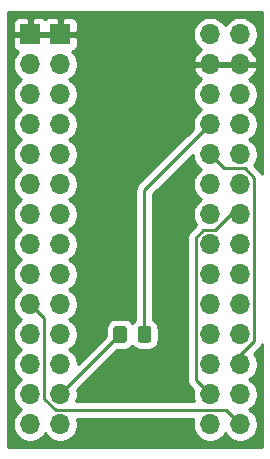
<source format=gbr>
G04 #@! TF.GenerationSoftware,KiCad,Pcbnew,(5.1.5-0-10_14)*
G04 #@! TF.CreationDate,2020-10-22T20:11:36+02:00*
G04 #@! TF.ProjectId,es_t4,65735f74-342e-46b6-9963-61645f706362,rev?*
G04 #@! TF.SameCoordinates,Original*
G04 #@! TF.FileFunction,Copper,L1,Top*
G04 #@! TF.FilePolarity,Positive*
%FSLAX46Y46*%
G04 Gerber Fmt 4.6, Leading zero omitted, Abs format (unit mm)*
G04 Created by KiCad (PCBNEW (5.1.5-0-10_14)) date 2020-10-22 20:11:36*
%MOMM*%
%LPD*%
G04 APERTURE LIST*
%ADD10C,0.100000*%
%ADD11O,1.700000X1.700000*%
%ADD12R,1.700000X1.700000*%
%ADD13C,0.800000*%
%ADD14C,0.250000*%
%ADD15C,0.254000*%
G04 APERTURE END LIST*
G04 #@! TA.AperFunction,SMDPad,CuDef*
D10*
G36*
X140049505Y-95821204D02*
G01*
X140073773Y-95824804D01*
X140097572Y-95830765D01*
X140120671Y-95839030D01*
X140142850Y-95849520D01*
X140163893Y-95862132D01*
X140183599Y-95876747D01*
X140201777Y-95893223D01*
X140218253Y-95911401D01*
X140232868Y-95931107D01*
X140245480Y-95952150D01*
X140255970Y-95974329D01*
X140264235Y-95997428D01*
X140270196Y-96021227D01*
X140273796Y-96045495D01*
X140275000Y-96069999D01*
X140275000Y-96970001D01*
X140273796Y-96994505D01*
X140270196Y-97018773D01*
X140264235Y-97042572D01*
X140255970Y-97065671D01*
X140245480Y-97087850D01*
X140232868Y-97108893D01*
X140218253Y-97128599D01*
X140201777Y-97146777D01*
X140183599Y-97163253D01*
X140163893Y-97177868D01*
X140142850Y-97190480D01*
X140120671Y-97200970D01*
X140097572Y-97209235D01*
X140073773Y-97215196D01*
X140049505Y-97218796D01*
X140025001Y-97220000D01*
X139374999Y-97220000D01*
X139350495Y-97218796D01*
X139326227Y-97215196D01*
X139302428Y-97209235D01*
X139279329Y-97200970D01*
X139257150Y-97190480D01*
X139236107Y-97177868D01*
X139216401Y-97163253D01*
X139198223Y-97146777D01*
X139181747Y-97128599D01*
X139167132Y-97108893D01*
X139154520Y-97087850D01*
X139144030Y-97065671D01*
X139135765Y-97042572D01*
X139129804Y-97018773D01*
X139126204Y-96994505D01*
X139125000Y-96970001D01*
X139125000Y-96069999D01*
X139126204Y-96045495D01*
X139129804Y-96021227D01*
X139135765Y-95997428D01*
X139144030Y-95974329D01*
X139154520Y-95952150D01*
X139167132Y-95931107D01*
X139181747Y-95911401D01*
X139198223Y-95893223D01*
X139216401Y-95876747D01*
X139236107Y-95862132D01*
X139257150Y-95849520D01*
X139279329Y-95839030D01*
X139302428Y-95830765D01*
X139326227Y-95824804D01*
X139350495Y-95821204D01*
X139374999Y-95820000D01*
X140025001Y-95820000D01*
X140049505Y-95821204D01*
G37*
G04 #@! TD.AperFunction*
G04 #@! TA.AperFunction,SMDPad,CuDef*
G36*
X142099910Y-95821202D02*
G01*
X142124135Y-95824795D01*
X142147891Y-95830746D01*
X142170949Y-95838996D01*
X142193087Y-95849467D01*
X142214093Y-95862057D01*
X142233763Y-95876645D01*
X142251908Y-95893092D01*
X142268355Y-95911237D01*
X142282943Y-95930907D01*
X142295533Y-95951913D01*
X142306004Y-95974051D01*
X142314254Y-95997109D01*
X142320205Y-96020865D01*
X142323798Y-96045090D01*
X142325000Y-96069550D01*
X142325000Y-96970450D01*
X142323798Y-96994910D01*
X142320205Y-97019135D01*
X142314254Y-97042891D01*
X142306004Y-97065949D01*
X142295533Y-97088087D01*
X142282943Y-97109093D01*
X142268355Y-97128763D01*
X142251908Y-97146908D01*
X142233763Y-97163355D01*
X142214093Y-97177943D01*
X142193087Y-97190533D01*
X142170949Y-97201004D01*
X142147891Y-97209254D01*
X142124135Y-97215205D01*
X142099910Y-97218798D01*
X142075450Y-97220000D01*
X141424550Y-97220000D01*
X141400090Y-97218798D01*
X141375865Y-97215205D01*
X141352109Y-97209254D01*
X141329051Y-97201004D01*
X141306913Y-97190533D01*
X141285907Y-97177943D01*
X141266237Y-97163355D01*
X141248092Y-97146908D01*
X141231645Y-97128763D01*
X141217057Y-97109093D01*
X141204467Y-97088087D01*
X141193996Y-97065949D01*
X141185746Y-97042891D01*
X141179795Y-97019135D01*
X141176202Y-96994910D01*
X141175000Y-96970450D01*
X141175000Y-96069550D01*
X141176202Y-96045090D01*
X141179795Y-96020865D01*
X141185746Y-95997109D01*
X141193996Y-95974051D01*
X141204467Y-95951913D01*
X141217057Y-95930907D01*
X141231645Y-95911237D01*
X141248092Y-95893092D01*
X141266237Y-95876645D01*
X141285907Y-95862057D01*
X141306913Y-95849467D01*
X141329051Y-95838996D01*
X141352109Y-95830746D01*
X141375865Y-95824795D01*
X141400090Y-95821202D01*
X141424550Y-95820000D01*
X142075450Y-95820000D01*
X142099910Y-95821202D01*
G37*
G04 #@! TD.AperFunction*
D11*
X149860000Y-104140000D03*
X149860000Y-101600000D03*
X149860000Y-99060000D03*
X149860000Y-96520000D03*
X149860000Y-93980000D03*
X149860000Y-91440000D03*
X149860000Y-88900000D03*
X149860000Y-86360000D03*
X149860000Y-83820000D03*
X149860000Y-81280000D03*
X149860000Y-78740000D03*
X149860000Y-76200000D03*
X149860000Y-73660000D03*
X149860000Y-71120000D03*
X147320000Y-104140000D03*
X147320000Y-101600000D03*
X147320000Y-99060000D03*
X147320000Y-96520000D03*
X147320000Y-93980000D03*
X147320000Y-91440000D03*
X147320000Y-88900000D03*
X147320000Y-86360000D03*
X147320000Y-83820000D03*
X147320000Y-81280000D03*
X147320000Y-78740000D03*
X147320000Y-76200000D03*
X147320000Y-73660000D03*
X147320000Y-71120000D03*
D12*
X132080000Y-71120000D03*
D11*
X132080000Y-73660000D03*
X132080000Y-76200000D03*
X132080000Y-78740000D03*
X132080000Y-81280000D03*
X132080000Y-83820000D03*
X132080000Y-86360000D03*
X132080000Y-88900000D03*
X132080000Y-91440000D03*
X132080000Y-93980000D03*
X132080000Y-96520000D03*
X132080000Y-99060000D03*
X132080000Y-101600000D03*
X132080000Y-104140000D03*
D12*
X134620000Y-71120000D03*
D11*
X134620000Y-73660000D03*
X134620000Y-76200000D03*
X134620000Y-78740000D03*
X134620000Y-81280000D03*
X134620000Y-83820000D03*
X134620000Y-86360000D03*
X134620000Y-88900000D03*
X134620000Y-91440000D03*
X134620000Y-93980000D03*
X134620000Y-96520000D03*
X134620000Y-99060000D03*
X134620000Y-101600000D03*
X134620000Y-104140000D03*
D13*
X140970000Y-71120000D03*
X140970000Y-104140000D03*
X140970000Y-99060000D03*
D14*
X134620000Y-101600000D02*
X139700000Y-96520000D01*
X148684999Y-102964999D02*
X134245997Y-102964999D01*
X134245997Y-102964999D02*
X133255001Y-101974003D01*
X133255001Y-95155001D02*
X132080000Y-93980000D01*
X133255001Y-101974003D02*
X133255001Y-95155001D01*
X149860000Y-104140000D02*
X148684999Y-102964999D01*
X148495001Y-82455001D02*
X147320000Y-81280000D01*
X150234003Y-82455001D02*
X148495001Y-82455001D01*
X151035001Y-83255999D02*
X150234003Y-82455001D01*
X151035001Y-97084001D02*
X151035001Y-83255999D01*
X149860000Y-98259002D02*
X151035001Y-97084001D01*
X149860000Y-99060000D02*
X149860000Y-98259002D01*
X146144999Y-100424999D02*
X147320000Y-101600000D01*
X146144999Y-88335999D02*
X146144999Y-100424999D01*
X146755999Y-87724999D02*
X146144999Y-88335999D01*
X147694003Y-87724999D02*
X146755999Y-87724999D01*
X149059002Y-86360000D02*
X147694003Y-87724999D01*
X149860000Y-86360000D02*
X149059002Y-86360000D01*
X141750000Y-84310000D02*
X141750000Y-96520000D01*
X147320000Y-78740000D02*
X141750000Y-84310000D01*
D15*
G36*
X151740000Y-82962729D02*
G01*
X151669975Y-82831723D01*
X151575002Y-82715998D01*
X151546003Y-82692200D01*
X151040296Y-82186492D01*
X151175990Y-81983411D01*
X151287932Y-81713158D01*
X151345000Y-81426260D01*
X151345000Y-81133740D01*
X151287932Y-80846842D01*
X151175990Y-80576589D01*
X151013475Y-80333368D01*
X150806632Y-80126525D01*
X150632240Y-80010000D01*
X150806632Y-79893475D01*
X151013475Y-79686632D01*
X151175990Y-79443411D01*
X151287932Y-79173158D01*
X151345000Y-78886260D01*
X151345000Y-78593740D01*
X151287932Y-78306842D01*
X151175990Y-78036589D01*
X151013475Y-77793368D01*
X150806632Y-77586525D01*
X150632240Y-77470000D01*
X150806632Y-77353475D01*
X151013475Y-77146632D01*
X151175990Y-76903411D01*
X151287932Y-76633158D01*
X151345000Y-76346260D01*
X151345000Y-76053740D01*
X151287932Y-75766842D01*
X151175990Y-75496589D01*
X151013475Y-75253368D01*
X150806632Y-75046525D01*
X150624466Y-74924805D01*
X150741355Y-74855178D01*
X150957588Y-74660269D01*
X151131641Y-74426920D01*
X151256825Y-74164099D01*
X151301476Y-74016890D01*
X151180155Y-73787000D01*
X149987000Y-73787000D01*
X149987000Y-73807000D01*
X149733000Y-73807000D01*
X149733000Y-73787000D01*
X147447000Y-73787000D01*
X147447000Y-73807000D01*
X147193000Y-73807000D01*
X147193000Y-73787000D01*
X145999845Y-73787000D01*
X145878524Y-74016890D01*
X145923175Y-74164099D01*
X146048359Y-74426920D01*
X146222412Y-74660269D01*
X146438645Y-74855178D01*
X146555534Y-74924805D01*
X146373368Y-75046525D01*
X146166525Y-75253368D01*
X146004010Y-75496589D01*
X145892068Y-75766842D01*
X145835000Y-76053740D01*
X145835000Y-76346260D01*
X145892068Y-76633158D01*
X146004010Y-76903411D01*
X146166525Y-77146632D01*
X146373368Y-77353475D01*
X146547760Y-77470000D01*
X146373368Y-77586525D01*
X146166525Y-77793368D01*
X146004010Y-78036589D01*
X145892068Y-78306842D01*
X145835000Y-78593740D01*
X145835000Y-78886260D01*
X145878790Y-79106408D01*
X141239003Y-83746196D01*
X141209999Y-83769999D01*
X141154871Y-83837174D01*
X141115026Y-83885724D01*
X141051271Y-84005001D01*
X141044454Y-84017754D01*
X141000997Y-84161015D01*
X140990000Y-84272668D01*
X140990000Y-84272678D01*
X140986324Y-84310000D01*
X140990000Y-84347322D01*
X140990001Y-95300204D01*
X140931414Y-95331519D01*
X140796906Y-95441906D01*
X140724880Y-95529670D01*
X140652962Y-95442038D01*
X140518387Y-95331595D01*
X140364851Y-95249528D01*
X140198255Y-95198992D01*
X140025001Y-95181928D01*
X139374999Y-95181928D01*
X139201745Y-95198992D01*
X139035149Y-95249528D01*
X138881613Y-95331595D01*
X138747038Y-95442038D01*
X138636595Y-95576613D01*
X138554528Y-95730149D01*
X138503992Y-95896745D01*
X138486928Y-96069999D01*
X138486928Y-96658270D01*
X136105000Y-99040199D01*
X136105000Y-98913740D01*
X136047932Y-98626842D01*
X135935990Y-98356589D01*
X135773475Y-98113368D01*
X135566632Y-97906525D01*
X135392240Y-97790000D01*
X135566632Y-97673475D01*
X135773475Y-97466632D01*
X135935990Y-97223411D01*
X136047932Y-96953158D01*
X136105000Y-96666260D01*
X136105000Y-96373740D01*
X136047932Y-96086842D01*
X135935990Y-95816589D01*
X135773475Y-95573368D01*
X135566632Y-95366525D01*
X135392240Y-95250000D01*
X135566632Y-95133475D01*
X135773475Y-94926632D01*
X135935990Y-94683411D01*
X136047932Y-94413158D01*
X136105000Y-94126260D01*
X136105000Y-93833740D01*
X136047932Y-93546842D01*
X135935990Y-93276589D01*
X135773475Y-93033368D01*
X135566632Y-92826525D01*
X135392240Y-92710000D01*
X135566632Y-92593475D01*
X135773475Y-92386632D01*
X135935990Y-92143411D01*
X136047932Y-91873158D01*
X136105000Y-91586260D01*
X136105000Y-91293740D01*
X136047932Y-91006842D01*
X135935990Y-90736589D01*
X135773475Y-90493368D01*
X135566632Y-90286525D01*
X135392240Y-90170000D01*
X135566632Y-90053475D01*
X135773475Y-89846632D01*
X135935990Y-89603411D01*
X136047932Y-89333158D01*
X136105000Y-89046260D01*
X136105000Y-88753740D01*
X136047932Y-88466842D01*
X135935990Y-88196589D01*
X135773475Y-87953368D01*
X135566632Y-87746525D01*
X135392240Y-87630000D01*
X135566632Y-87513475D01*
X135773475Y-87306632D01*
X135935990Y-87063411D01*
X136047932Y-86793158D01*
X136105000Y-86506260D01*
X136105000Y-86213740D01*
X136047932Y-85926842D01*
X135935990Y-85656589D01*
X135773475Y-85413368D01*
X135566632Y-85206525D01*
X135392240Y-85090000D01*
X135566632Y-84973475D01*
X135773475Y-84766632D01*
X135935990Y-84523411D01*
X136047932Y-84253158D01*
X136105000Y-83966260D01*
X136105000Y-83673740D01*
X136047932Y-83386842D01*
X135935990Y-83116589D01*
X135773475Y-82873368D01*
X135566632Y-82666525D01*
X135392240Y-82550000D01*
X135566632Y-82433475D01*
X135773475Y-82226632D01*
X135935990Y-81983411D01*
X136047932Y-81713158D01*
X136105000Y-81426260D01*
X136105000Y-81133740D01*
X136047932Y-80846842D01*
X135935990Y-80576589D01*
X135773475Y-80333368D01*
X135566632Y-80126525D01*
X135392240Y-80010000D01*
X135566632Y-79893475D01*
X135773475Y-79686632D01*
X135935990Y-79443411D01*
X136047932Y-79173158D01*
X136105000Y-78886260D01*
X136105000Y-78593740D01*
X136047932Y-78306842D01*
X135935990Y-78036589D01*
X135773475Y-77793368D01*
X135566632Y-77586525D01*
X135392240Y-77470000D01*
X135566632Y-77353475D01*
X135773475Y-77146632D01*
X135935990Y-76903411D01*
X136047932Y-76633158D01*
X136105000Y-76346260D01*
X136105000Y-76053740D01*
X136047932Y-75766842D01*
X135935990Y-75496589D01*
X135773475Y-75253368D01*
X135566632Y-75046525D01*
X135392240Y-74930000D01*
X135566632Y-74813475D01*
X135773475Y-74606632D01*
X135935990Y-74363411D01*
X136047932Y-74093158D01*
X136105000Y-73806260D01*
X136105000Y-73513740D01*
X136047932Y-73226842D01*
X135935990Y-72956589D01*
X135773475Y-72713368D01*
X135641620Y-72581513D01*
X135714180Y-72559502D01*
X135824494Y-72500537D01*
X135921185Y-72421185D01*
X136000537Y-72324494D01*
X136059502Y-72214180D01*
X136095812Y-72094482D01*
X136108072Y-71970000D01*
X136105000Y-71405750D01*
X135946250Y-71247000D01*
X134747000Y-71247000D01*
X134747000Y-71267000D01*
X134493000Y-71267000D01*
X134493000Y-71247000D01*
X132207000Y-71247000D01*
X132207000Y-71267000D01*
X131953000Y-71267000D01*
X131953000Y-71247000D01*
X130753750Y-71247000D01*
X130595000Y-71405750D01*
X130591928Y-71970000D01*
X130604188Y-72094482D01*
X130640498Y-72214180D01*
X130699463Y-72324494D01*
X130778815Y-72421185D01*
X130875506Y-72500537D01*
X130985820Y-72559502D01*
X131058380Y-72581513D01*
X130926525Y-72713368D01*
X130764010Y-72956589D01*
X130652068Y-73226842D01*
X130595000Y-73513740D01*
X130595000Y-73806260D01*
X130652068Y-74093158D01*
X130764010Y-74363411D01*
X130926525Y-74606632D01*
X131133368Y-74813475D01*
X131307760Y-74930000D01*
X131133368Y-75046525D01*
X130926525Y-75253368D01*
X130764010Y-75496589D01*
X130652068Y-75766842D01*
X130595000Y-76053740D01*
X130595000Y-76346260D01*
X130652068Y-76633158D01*
X130764010Y-76903411D01*
X130926525Y-77146632D01*
X131133368Y-77353475D01*
X131307760Y-77470000D01*
X131133368Y-77586525D01*
X130926525Y-77793368D01*
X130764010Y-78036589D01*
X130652068Y-78306842D01*
X130595000Y-78593740D01*
X130595000Y-78886260D01*
X130652068Y-79173158D01*
X130764010Y-79443411D01*
X130926525Y-79686632D01*
X131133368Y-79893475D01*
X131307760Y-80010000D01*
X131133368Y-80126525D01*
X130926525Y-80333368D01*
X130764010Y-80576589D01*
X130652068Y-80846842D01*
X130595000Y-81133740D01*
X130595000Y-81426260D01*
X130652068Y-81713158D01*
X130764010Y-81983411D01*
X130926525Y-82226632D01*
X131133368Y-82433475D01*
X131307760Y-82550000D01*
X131133368Y-82666525D01*
X130926525Y-82873368D01*
X130764010Y-83116589D01*
X130652068Y-83386842D01*
X130595000Y-83673740D01*
X130595000Y-83966260D01*
X130652068Y-84253158D01*
X130764010Y-84523411D01*
X130926525Y-84766632D01*
X131133368Y-84973475D01*
X131307760Y-85090000D01*
X131133368Y-85206525D01*
X130926525Y-85413368D01*
X130764010Y-85656589D01*
X130652068Y-85926842D01*
X130595000Y-86213740D01*
X130595000Y-86506260D01*
X130652068Y-86793158D01*
X130764010Y-87063411D01*
X130926525Y-87306632D01*
X131133368Y-87513475D01*
X131307760Y-87630000D01*
X131133368Y-87746525D01*
X130926525Y-87953368D01*
X130764010Y-88196589D01*
X130652068Y-88466842D01*
X130595000Y-88753740D01*
X130595000Y-89046260D01*
X130652068Y-89333158D01*
X130764010Y-89603411D01*
X130926525Y-89846632D01*
X131133368Y-90053475D01*
X131307760Y-90170000D01*
X131133368Y-90286525D01*
X130926525Y-90493368D01*
X130764010Y-90736589D01*
X130652068Y-91006842D01*
X130595000Y-91293740D01*
X130595000Y-91586260D01*
X130652068Y-91873158D01*
X130764010Y-92143411D01*
X130926525Y-92386632D01*
X131133368Y-92593475D01*
X131307760Y-92710000D01*
X131133368Y-92826525D01*
X130926525Y-93033368D01*
X130764010Y-93276589D01*
X130652068Y-93546842D01*
X130595000Y-93833740D01*
X130595000Y-94126260D01*
X130652068Y-94413158D01*
X130764010Y-94683411D01*
X130926525Y-94926632D01*
X131133368Y-95133475D01*
X131307760Y-95250000D01*
X131133368Y-95366525D01*
X130926525Y-95573368D01*
X130764010Y-95816589D01*
X130652068Y-96086842D01*
X130595000Y-96373740D01*
X130595000Y-96666260D01*
X130652068Y-96953158D01*
X130764010Y-97223411D01*
X130926525Y-97466632D01*
X131133368Y-97673475D01*
X131307760Y-97790000D01*
X131133368Y-97906525D01*
X130926525Y-98113368D01*
X130764010Y-98356589D01*
X130652068Y-98626842D01*
X130595000Y-98913740D01*
X130595000Y-99206260D01*
X130652068Y-99493158D01*
X130764010Y-99763411D01*
X130926525Y-100006632D01*
X131133368Y-100213475D01*
X131307760Y-100330000D01*
X131133368Y-100446525D01*
X130926525Y-100653368D01*
X130764010Y-100896589D01*
X130652068Y-101166842D01*
X130595000Y-101453740D01*
X130595000Y-101746260D01*
X130652068Y-102033158D01*
X130764010Y-102303411D01*
X130926525Y-102546632D01*
X131133368Y-102753475D01*
X131307760Y-102870000D01*
X131133368Y-102986525D01*
X130926525Y-103193368D01*
X130764010Y-103436589D01*
X130652068Y-103706842D01*
X130595000Y-103993740D01*
X130595000Y-104286260D01*
X130652068Y-104573158D01*
X130764010Y-104843411D01*
X130926525Y-105086632D01*
X131133368Y-105293475D01*
X131376589Y-105455990D01*
X131646842Y-105567932D01*
X131933740Y-105625000D01*
X132226260Y-105625000D01*
X132513158Y-105567932D01*
X132783411Y-105455990D01*
X133026632Y-105293475D01*
X133233475Y-105086632D01*
X133350000Y-104912240D01*
X133466525Y-105086632D01*
X133673368Y-105293475D01*
X133916589Y-105455990D01*
X134186842Y-105567932D01*
X134473740Y-105625000D01*
X134766260Y-105625000D01*
X135053158Y-105567932D01*
X135323411Y-105455990D01*
X135566632Y-105293475D01*
X135773475Y-105086632D01*
X135935990Y-104843411D01*
X136047932Y-104573158D01*
X136105000Y-104286260D01*
X136105000Y-103993740D01*
X136051544Y-103724999D01*
X145888456Y-103724999D01*
X145835000Y-103993740D01*
X145835000Y-104286260D01*
X145892068Y-104573158D01*
X146004010Y-104843411D01*
X146166525Y-105086632D01*
X146373368Y-105293475D01*
X146616589Y-105455990D01*
X146886842Y-105567932D01*
X147173740Y-105625000D01*
X147466260Y-105625000D01*
X147753158Y-105567932D01*
X148023411Y-105455990D01*
X148266632Y-105293475D01*
X148473475Y-105086632D01*
X148590000Y-104912240D01*
X148706525Y-105086632D01*
X148913368Y-105293475D01*
X149156589Y-105455990D01*
X149426842Y-105567932D01*
X149713740Y-105625000D01*
X150006260Y-105625000D01*
X150293158Y-105567932D01*
X150563411Y-105455990D01*
X150806632Y-105293475D01*
X151013475Y-105086632D01*
X151175990Y-104843411D01*
X151287932Y-104573158D01*
X151345000Y-104286260D01*
X151345000Y-103993740D01*
X151287932Y-103706842D01*
X151175990Y-103436589D01*
X151013475Y-103193368D01*
X150806632Y-102986525D01*
X150632240Y-102870000D01*
X150806632Y-102753475D01*
X151013475Y-102546632D01*
X151175990Y-102303411D01*
X151287932Y-102033158D01*
X151345000Y-101746260D01*
X151345000Y-101453740D01*
X151287932Y-101166842D01*
X151175990Y-100896589D01*
X151013475Y-100653368D01*
X150806632Y-100446525D01*
X150632240Y-100330000D01*
X150806632Y-100213475D01*
X151013475Y-100006632D01*
X151175990Y-99763411D01*
X151287932Y-99493158D01*
X151345000Y-99206260D01*
X151345000Y-98913740D01*
X151287932Y-98626842D01*
X151175990Y-98356589D01*
X151040296Y-98153508D01*
X151546005Y-97647799D01*
X151575002Y-97624002D01*
X151669975Y-97508277D01*
X151740001Y-97377270D01*
X151740001Y-106020000D01*
X130200000Y-106020000D01*
X130200000Y-70270000D01*
X130591928Y-70270000D01*
X130595000Y-70834250D01*
X130753750Y-70993000D01*
X131953000Y-70993000D01*
X131953000Y-69793750D01*
X132207000Y-69793750D01*
X132207000Y-70993000D01*
X134493000Y-70993000D01*
X134493000Y-69793750D01*
X134747000Y-69793750D01*
X134747000Y-70993000D01*
X135946250Y-70993000D01*
X135965510Y-70973740D01*
X145835000Y-70973740D01*
X145835000Y-71266260D01*
X145892068Y-71553158D01*
X146004010Y-71823411D01*
X146166525Y-72066632D01*
X146373368Y-72273475D01*
X146555534Y-72395195D01*
X146438645Y-72464822D01*
X146222412Y-72659731D01*
X146048359Y-72893080D01*
X145923175Y-73155901D01*
X145878524Y-73303110D01*
X145999845Y-73533000D01*
X147193000Y-73533000D01*
X147193000Y-73513000D01*
X147447000Y-73513000D01*
X147447000Y-73533000D01*
X149733000Y-73533000D01*
X149733000Y-73513000D01*
X149987000Y-73513000D01*
X149987000Y-73533000D01*
X151180155Y-73533000D01*
X151301476Y-73303110D01*
X151256825Y-73155901D01*
X151131641Y-72893080D01*
X150957588Y-72659731D01*
X150741355Y-72464822D01*
X150624466Y-72395195D01*
X150806632Y-72273475D01*
X151013475Y-72066632D01*
X151175990Y-71823411D01*
X151287932Y-71553158D01*
X151345000Y-71266260D01*
X151345000Y-70973740D01*
X151287932Y-70686842D01*
X151175990Y-70416589D01*
X151013475Y-70173368D01*
X150806632Y-69966525D01*
X150563411Y-69804010D01*
X150293158Y-69692068D01*
X150006260Y-69635000D01*
X149713740Y-69635000D01*
X149426842Y-69692068D01*
X149156589Y-69804010D01*
X148913368Y-69966525D01*
X148706525Y-70173368D01*
X148590000Y-70347760D01*
X148473475Y-70173368D01*
X148266632Y-69966525D01*
X148023411Y-69804010D01*
X147753158Y-69692068D01*
X147466260Y-69635000D01*
X147173740Y-69635000D01*
X146886842Y-69692068D01*
X146616589Y-69804010D01*
X146373368Y-69966525D01*
X146166525Y-70173368D01*
X146004010Y-70416589D01*
X145892068Y-70686842D01*
X145835000Y-70973740D01*
X135965510Y-70973740D01*
X136105000Y-70834250D01*
X136108072Y-70270000D01*
X136095812Y-70145518D01*
X136059502Y-70025820D01*
X136000537Y-69915506D01*
X135921185Y-69818815D01*
X135824494Y-69739463D01*
X135714180Y-69680498D01*
X135594482Y-69644188D01*
X135470000Y-69631928D01*
X134905750Y-69635000D01*
X134747000Y-69793750D01*
X134493000Y-69793750D01*
X134334250Y-69635000D01*
X133770000Y-69631928D01*
X133645518Y-69644188D01*
X133525820Y-69680498D01*
X133415506Y-69739463D01*
X133350000Y-69793222D01*
X133284494Y-69739463D01*
X133174180Y-69680498D01*
X133054482Y-69644188D01*
X132930000Y-69631928D01*
X132365750Y-69635000D01*
X132207000Y-69793750D01*
X131953000Y-69793750D01*
X131794250Y-69635000D01*
X131230000Y-69631928D01*
X131105518Y-69644188D01*
X130985820Y-69680498D01*
X130875506Y-69739463D01*
X130778815Y-69818815D01*
X130699463Y-69915506D01*
X130640498Y-70025820D01*
X130604188Y-70145518D01*
X130591928Y-70270000D01*
X130200000Y-70270000D01*
X130200000Y-69240000D01*
X151740000Y-69240000D01*
X151740000Y-82962729D01*
G37*
X151740000Y-82962729D02*
X151669975Y-82831723D01*
X151575002Y-82715998D01*
X151546003Y-82692200D01*
X151040296Y-82186492D01*
X151175990Y-81983411D01*
X151287932Y-81713158D01*
X151345000Y-81426260D01*
X151345000Y-81133740D01*
X151287932Y-80846842D01*
X151175990Y-80576589D01*
X151013475Y-80333368D01*
X150806632Y-80126525D01*
X150632240Y-80010000D01*
X150806632Y-79893475D01*
X151013475Y-79686632D01*
X151175990Y-79443411D01*
X151287932Y-79173158D01*
X151345000Y-78886260D01*
X151345000Y-78593740D01*
X151287932Y-78306842D01*
X151175990Y-78036589D01*
X151013475Y-77793368D01*
X150806632Y-77586525D01*
X150632240Y-77470000D01*
X150806632Y-77353475D01*
X151013475Y-77146632D01*
X151175990Y-76903411D01*
X151287932Y-76633158D01*
X151345000Y-76346260D01*
X151345000Y-76053740D01*
X151287932Y-75766842D01*
X151175990Y-75496589D01*
X151013475Y-75253368D01*
X150806632Y-75046525D01*
X150624466Y-74924805D01*
X150741355Y-74855178D01*
X150957588Y-74660269D01*
X151131641Y-74426920D01*
X151256825Y-74164099D01*
X151301476Y-74016890D01*
X151180155Y-73787000D01*
X149987000Y-73787000D01*
X149987000Y-73807000D01*
X149733000Y-73807000D01*
X149733000Y-73787000D01*
X147447000Y-73787000D01*
X147447000Y-73807000D01*
X147193000Y-73807000D01*
X147193000Y-73787000D01*
X145999845Y-73787000D01*
X145878524Y-74016890D01*
X145923175Y-74164099D01*
X146048359Y-74426920D01*
X146222412Y-74660269D01*
X146438645Y-74855178D01*
X146555534Y-74924805D01*
X146373368Y-75046525D01*
X146166525Y-75253368D01*
X146004010Y-75496589D01*
X145892068Y-75766842D01*
X145835000Y-76053740D01*
X145835000Y-76346260D01*
X145892068Y-76633158D01*
X146004010Y-76903411D01*
X146166525Y-77146632D01*
X146373368Y-77353475D01*
X146547760Y-77470000D01*
X146373368Y-77586525D01*
X146166525Y-77793368D01*
X146004010Y-78036589D01*
X145892068Y-78306842D01*
X145835000Y-78593740D01*
X145835000Y-78886260D01*
X145878790Y-79106408D01*
X141239003Y-83746196D01*
X141209999Y-83769999D01*
X141154871Y-83837174D01*
X141115026Y-83885724D01*
X141051271Y-84005001D01*
X141044454Y-84017754D01*
X141000997Y-84161015D01*
X140990000Y-84272668D01*
X140990000Y-84272678D01*
X140986324Y-84310000D01*
X140990000Y-84347322D01*
X140990001Y-95300204D01*
X140931414Y-95331519D01*
X140796906Y-95441906D01*
X140724880Y-95529670D01*
X140652962Y-95442038D01*
X140518387Y-95331595D01*
X140364851Y-95249528D01*
X140198255Y-95198992D01*
X140025001Y-95181928D01*
X139374999Y-95181928D01*
X139201745Y-95198992D01*
X139035149Y-95249528D01*
X138881613Y-95331595D01*
X138747038Y-95442038D01*
X138636595Y-95576613D01*
X138554528Y-95730149D01*
X138503992Y-95896745D01*
X138486928Y-96069999D01*
X138486928Y-96658270D01*
X136105000Y-99040199D01*
X136105000Y-98913740D01*
X136047932Y-98626842D01*
X135935990Y-98356589D01*
X135773475Y-98113368D01*
X135566632Y-97906525D01*
X135392240Y-97790000D01*
X135566632Y-97673475D01*
X135773475Y-97466632D01*
X135935990Y-97223411D01*
X136047932Y-96953158D01*
X136105000Y-96666260D01*
X136105000Y-96373740D01*
X136047932Y-96086842D01*
X135935990Y-95816589D01*
X135773475Y-95573368D01*
X135566632Y-95366525D01*
X135392240Y-95250000D01*
X135566632Y-95133475D01*
X135773475Y-94926632D01*
X135935990Y-94683411D01*
X136047932Y-94413158D01*
X136105000Y-94126260D01*
X136105000Y-93833740D01*
X136047932Y-93546842D01*
X135935990Y-93276589D01*
X135773475Y-93033368D01*
X135566632Y-92826525D01*
X135392240Y-92710000D01*
X135566632Y-92593475D01*
X135773475Y-92386632D01*
X135935990Y-92143411D01*
X136047932Y-91873158D01*
X136105000Y-91586260D01*
X136105000Y-91293740D01*
X136047932Y-91006842D01*
X135935990Y-90736589D01*
X135773475Y-90493368D01*
X135566632Y-90286525D01*
X135392240Y-90170000D01*
X135566632Y-90053475D01*
X135773475Y-89846632D01*
X135935990Y-89603411D01*
X136047932Y-89333158D01*
X136105000Y-89046260D01*
X136105000Y-88753740D01*
X136047932Y-88466842D01*
X135935990Y-88196589D01*
X135773475Y-87953368D01*
X135566632Y-87746525D01*
X135392240Y-87630000D01*
X135566632Y-87513475D01*
X135773475Y-87306632D01*
X135935990Y-87063411D01*
X136047932Y-86793158D01*
X136105000Y-86506260D01*
X136105000Y-86213740D01*
X136047932Y-85926842D01*
X135935990Y-85656589D01*
X135773475Y-85413368D01*
X135566632Y-85206525D01*
X135392240Y-85090000D01*
X135566632Y-84973475D01*
X135773475Y-84766632D01*
X135935990Y-84523411D01*
X136047932Y-84253158D01*
X136105000Y-83966260D01*
X136105000Y-83673740D01*
X136047932Y-83386842D01*
X135935990Y-83116589D01*
X135773475Y-82873368D01*
X135566632Y-82666525D01*
X135392240Y-82550000D01*
X135566632Y-82433475D01*
X135773475Y-82226632D01*
X135935990Y-81983411D01*
X136047932Y-81713158D01*
X136105000Y-81426260D01*
X136105000Y-81133740D01*
X136047932Y-80846842D01*
X135935990Y-80576589D01*
X135773475Y-80333368D01*
X135566632Y-80126525D01*
X135392240Y-80010000D01*
X135566632Y-79893475D01*
X135773475Y-79686632D01*
X135935990Y-79443411D01*
X136047932Y-79173158D01*
X136105000Y-78886260D01*
X136105000Y-78593740D01*
X136047932Y-78306842D01*
X135935990Y-78036589D01*
X135773475Y-77793368D01*
X135566632Y-77586525D01*
X135392240Y-77470000D01*
X135566632Y-77353475D01*
X135773475Y-77146632D01*
X135935990Y-76903411D01*
X136047932Y-76633158D01*
X136105000Y-76346260D01*
X136105000Y-76053740D01*
X136047932Y-75766842D01*
X135935990Y-75496589D01*
X135773475Y-75253368D01*
X135566632Y-75046525D01*
X135392240Y-74930000D01*
X135566632Y-74813475D01*
X135773475Y-74606632D01*
X135935990Y-74363411D01*
X136047932Y-74093158D01*
X136105000Y-73806260D01*
X136105000Y-73513740D01*
X136047932Y-73226842D01*
X135935990Y-72956589D01*
X135773475Y-72713368D01*
X135641620Y-72581513D01*
X135714180Y-72559502D01*
X135824494Y-72500537D01*
X135921185Y-72421185D01*
X136000537Y-72324494D01*
X136059502Y-72214180D01*
X136095812Y-72094482D01*
X136108072Y-71970000D01*
X136105000Y-71405750D01*
X135946250Y-71247000D01*
X134747000Y-71247000D01*
X134747000Y-71267000D01*
X134493000Y-71267000D01*
X134493000Y-71247000D01*
X132207000Y-71247000D01*
X132207000Y-71267000D01*
X131953000Y-71267000D01*
X131953000Y-71247000D01*
X130753750Y-71247000D01*
X130595000Y-71405750D01*
X130591928Y-71970000D01*
X130604188Y-72094482D01*
X130640498Y-72214180D01*
X130699463Y-72324494D01*
X130778815Y-72421185D01*
X130875506Y-72500537D01*
X130985820Y-72559502D01*
X131058380Y-72581513D01*
X130926525Y-72713368D01*
X130764010Y-72956589D01*
X130652068Y-73226842D01*
X130595000Y-73513740D01*
X130595000Y-73806260D01*
X130652068Y-74093158D01*
X130764010Y-74363411D01*
X130926525Y-74606632D01*
X131133368Y-74813475D01*
X131307760Y-74930000D01*
X131133368Y-75046525D01*
X130926525Y-75253368D01*
X130764010Y-75496589D01*
X130652068Y-75766842D01*
X130595000Y-76053740D01*
X130595000Y-76346260D01*
X130652068Y-76633158D01*
X130764010Y-76903411D01*
X130926525Y-77146632D01*
X131133368Y-77353475D01*
X131307760Y-77470000D01*
X131133368Y-77586525D01*
X130926525Y-77793368D01*
X130764010Y-78036589D01*
X130652068Y-78306842D01*
X130595000Y-78593740D01*
X130595000Y-78886260D01*
X130652068Y-79173158D01*
X130764010Y-79443411D01*
X130926525Y-79686632D01*
X131133368Y-79893475D01*
X131307760Y-80010000D01*
X131133368Y-80126525D01*
X130926525Y-80333368D01*
X130764010Y-80576589D01*
X130652068Y-80846842D01*
X130595000Y-81133740D01*
X130595000Y-81426260D01*
X130652068Y-81713158D01*
X130764010Y-81983411D01*
X130926525Y-82226632D01*
X131133368Y-82433475D01*
X131307760Y-82550000D01*
X131133368Y-82666525D01*
X130926525Y-82873368D01*
X130764010Y-83116589D01*
X130652068Y-83386842D01*
X130595000Y-83673740D01*
X130595000Y-83966260D01*
X130652068Y-84253158D01*
X130764010Y-84523411D01*
X130926525Y-84766632D01*
X131133368Y-84973475D01*
X131307760Y-85090000D01*
X131133368Y-85206525D01*
X130926525Y-85413368D01*
X130764010Y-85656589D01*
X130652068Y-85926842D01*
X130595000Y-86213740D01*
X130595000Y-86506260D01*
X130652068Y-86793158D01*
X130764010Y-87063411D01*
X130926525Y-87306632D01*
X131133368Y-87513475D01*
X131307760Y-87630000D01*
X131133368Y-87746525D01*
X130926525Y-87953368D01*
X130764010Y-88196589D01*
X130652068Y-88466842D01*
X130595000Y-88753740D01*
X130595000Y-89046260D01*
X130652068Y-89333158D01*
X130764010Y-89603411D01*
X130926525Y-89846632D01*
X131133368Y-90053475D01*
X131307760Y-90170000D01*
X131133368Y-90286525D01*
X130926525Y-90493368D01*
X130764010Y-90736589D01*
X130652068Y-91006842D01*
X130595000Y-91293740D01*
X130595000Y-91586260D01*
X130652068Y-91873158D01*
X130764010Y-92143411D01*
X130926525Y-92386632D01*
X131133368Y-92593475D01*
X131307760Y-92710000D01*
X131133368Y-92826525D01*
X130926525Y-93033368D01*
X130764010Y-93276589D01*
X130652068Y-93546842D01*
X130595000Y-93833740D01*
X130595000Y-94126260D01*
X130652068Y-94413158D01*
X130764010Y-94683411D01*
X130926525Y-94926632D01*
X131133368Y-95133475D01*
X131307760Y-95250000D01*
X131133368Y-95366525D01*
X130926525Y-95573368D01*
X130764010Y-95816589D01*
X130652068Y-96086842D01*
X130595000Y-96373740D01*
X130595000Y-96666260D01*
X130652068Y-96953158D01*
X130764010Y-97223411D01*
X130926525Y-97466632D01*
X131133368Y-97673475D01*
X131307760Y-97790000D01*
X131133368Y-97906525D01*
X130926525Y-98113368D01*
X130764010Y-98356589D01*
X130652068Y-98626842D01*
X130595000Y-98913740D01*
X130595000Y-99206260D01*
X130652068Y-99493158D01*
X130764010Y-99763411D01*
X130926525Y-100006632D01*
X131133368Y-100213475D01*
X131307760Y-100330000D01*
X131133368Y-100446525D01*
X130926525Y-100653368D01*
X130764010Y-100896589D01*
X130652068Y-101166842D01*
X130595000Y-101453740D01*
X130595000Y-101746260D01*
X130652068Y-102033158D01*
X130764010Y-102303411D01*
X130926525Y-102546632D01*
X131133368Y-102753475D01*
X131307760Y-102870000D01*
X131133368Y-102986525D01*
X130926525Y-103193368D01*
X130764010Y-103436589D01*
X130652068Y-103706842D01*
X130595000Y-103993740D01*
X130595000Y-104286260D01*
X130652068Y-104573158D01*
X130764010Y-104843411D01*
X130926525Y-105086632D01*
X131133368Y-105293475D01*
X131376589Y-105455990D01*
X131646842Y-105567932D01*
X131933740Y-105625000D01*
X132226260Y-105625000D01*
X132513158Y-105567932D01*
X132783411Y-105455990D01*
X133026632Y-105293475D01*
X133233475Y-105086632D01*
X133350000Y-104912240D01*
X133466525Y-105086632D01*
X133673368Y-105293475D01*
X133916589Y-105455990D01*
X134186842Y-105567932D01*
X134473740Y-105625000D01*
X134766260Y-105625000D01*
X135053158Y-105567932D01*
X135323411Y-105455990D01*
X135566632Y-105293475D01*
X135773475Y-105086632D01*
X135935990Y-104843411D01*
X136047932Y-104573158D01*
X136105000Y-104286260D01*
X136105000Y-103993740D01*
X136051544Y-103724999D01*
X145888456Y-103724999D01*
X145835000Y-103993740D01*
X145835000Y-104286260D01*
X145892068Y-104573158D01*
X146004010Y-104843411D01*
X146166525Y-105086632D01*
X146373368Y-105293475D01*
X146616589Y-105455990D01*
X146886842Y-105567932D01*
X147173740Y-105625000D01*
X147466260Y-105625000D01*
X147753158Y-105567932D01*
X148023411Y-105455990D01*
X148266632Y-105293475D01*
X148473475Y-105086632D01*
X148590000Y-104912240D01*
X148706525Y-105086632D01*
X148913368Y-105293475D01*
X149156589Y-105455990D01*
X149426842Y-105567932D01*
X149713740Y-105625000D01*
X150006260Y-105625000D01*
X150293158Y-105567932D01*
X150563411Y-105455990D01*
X150806632Y-105293475D01*
X151013475Y-105086632D01*
X151175990Y-104843411D01*
X151287932Y-104573158D01*
X151345000Y-104286260D01*
X151345000Y-103993740D01*
X151287932Y-103706842D01*
X151175990Y-103436589D01*
X151013475Y-103193368D01*
X150806632Y-102986525D01*
X150632240Y-102870000D01*
X150806632Y-102753475D01*
X151013475Y-102546632D01*
X151175990Y-102303411D01*
X151287932Y-102033158D01*
X151345000Y-101746260D01*
X151345000Y-101453740D01*
X151287932Y-101166842D01*
X151175990Y-100896589D01*
X151013475Y-100653368D01*
X150806632Y-100446525D01*
X150632240Y-100330000D01*
X150806632Y-100213475D01*
X151013475Y-100006632D01*
X151175990Y-99763411D01*
X151287932Y-99493158D01*
X151345000Y-99206260D01*
X151345000Y-98913740D01*
X151287932Y-98626842D01*
X151175990Y-98356589D01*
X151040296Y-98153508D01*
X151546005Y-97647799D01*
X151575002Y-97624002D01*
X151669975Y-97508277D01*
X151740001Y-97377270D01*
X151740001Y-106020000D01*
X130200000Y-106020000D01*
X130200000Y-70270000D01*
X130591928Y-70270000D01*
X130595000Y-70834250D01*
X130753750Y-70993000D01*
X131953000Y-70993000D01*
X131953000Y-69793750D01*
X132207000Y-69793750D01*
X132207000Y-70993000D01*
X134493000Y-70993000D01*
X134493000Y-69793750D01*
X134747000Y-69793750D01*
X134747000Y-70993000D01*
X135946250Y-70993000D01*
X135965510Y-70973740D01*
X145835000Y-70973740D01*
X145835000Y-71266260D01*
X145892068Y-71553158D01*
X146004010Y-71823411D01*
X146166525Y-72066632D01*
X146373368Y-72273475D01*
X146555534Y-72395195D01*
X146438645Y-72464822D01*
X146222412Y-72659731D01*
X146048359Y-72893080D01*
X145923175Y-73155901D01*
X145878524Y-73303110D01*
X145999845Y-73533000D01*
X147193000Y-73533000D01*
X147193000Y-73513000D01*
X147447000Y-73513000D01*
X147447000Y-73533000D01*
X149733000Y-73533000D01*
X149733000Y-73513000D01*
X149987000Y-73513000D01*
X149987000Y-73533000D01*
X151180155Y-73533000D01*
X151301476Y-73303110D01*
X151256825Y-73155901D01*
X151131641Y-72893080D01*
X150957588Y-72659731D01*
X150741355Y-72464822D01*
X150624466Y-72395195D01*
X150806632Y-72273475D01*
X151013475Y-72066632D01*
X151175990Y-71823411D01*
X151287932Y-71553158D01*
X151345000Y-71266260D01*
X151345000Y-70973740D01*
X151287932Y-70686842D01*
X151175990Y-70416589D01*
X151013475Y-70173368D01*
X150806632Y-69966525D01*
X150563411Y-69804010D01*
X150293158Y-69692068D01*
X150006260Y-69635000D01*
X149713740Y-69635000D01*
X149426842Y-69692068D01*
X149156589Y-69804010D01*
X148913368Y-69966525D01*
X148706525Y-70173368D01*
X148590000Y-70347760D01*
X148473475Y-70173368D01*
X148266632Y-69966525D01*
X148023411Y-69804010D01*
X147753158Y-69692068D01*
X147466260Y-69635000D01*
X147173740Y-69635000D01*
X146886842Y-69692068D01*
X146616589Y-69804010D01*
X146373368Y-69966525D01*
X146166525Y-70173368D01*
X146004010Y-70416589D01*
X145892068Y-70686842D01*
X145835000Y-70973740D01*
X135965510Y-70973740D01*
X136105000Y-70834250D01*
X136108072Y-70270000D01*
X136095812Y-70145518D01*
X136059502Y-70025820D01*
X136000537Y-69915506D01*
X135921185Y-69818815D01*
X135824494Y-69739463D01*
X135714180Y-69680498D01*
X135594482Y-69644188D01*
X135470000Y-69631928D01*
X134905750Y-69635000D01*
X134747000Y-69793750D01*
X134493000Y-69793750D01*
X134334250Y-69635000D01*
X133770000Y-69631928D01*
X133645518Y-69644188D01*
X133525820Y-69680498D01*
X133415506Y-69739463D01*
X133350000Y-69793222D01*
X133284494Y-69739463D01*
X133174180Y-69680498D01*
X133054482Y-69644188D01*
X132930000Y-69631928D01*
X132365750Y-69635000D01*
X132207000Y-69793750D01*
X131953000Y-69793750D01*
X131794250Y-69635000D01*
X131230000Y-69631928D01*
X131105518Y-69644188D01*
X130985820Y-69680498D01*
X130875506Y-69739463D01*
X130778815Y-69818815D01*
X130699463Y-69915506D01*
X130640498Y-70025820D01*
X130604188Y-70145518D01*
X130591928Y-70270000D01*
X130200000Y-70270000D01*
X130200000Y-69240000D01*
X151740000Y-69240000D01*
X151740000Y-82962729D01*
G36*
X145835000Y-81426260D02*
G01*
X145892068Y-81713158D01*
X146004010Y-81983411D01*
X146166525Y-82226632D01*
X146373368Y-82433475D01*
X146547760Y-82550000D01*
X146373368Y-82666525D01*
X146166525Y-82873368D01*
X146004010Y-83116589D01*
X145892068Y-83386842D01*
X145835000Y-83673740D01*
X145835000Y-83966260D01*
X145892068Y-84253158D01*
X146004010Y-84523411D01*
X146166525Y-84766632D01*
X146373368Y-84973475D01*
X146547760Y-85090000D01*
X146373368Y-85206525D01*
X146166525Y-85413368D01*
X146004010Y-85656589D01*
X145892068Y-85926842D01*
X145835000Y-86213740D01*
X145835000Y-86506260D01*
X145892068Y-86793158D01*
X146004010Y-87063411D01*
X146139704Y-87266491D01*
X145634001Y-87772196D01*
X145604998Y-87795998D01*
X145549870Y-87863173D01*
X145510025Y-87911723D01*
X145487765Y-87953368D01*
X145439453Y-88043753D01*
X145395996Y-88187014D01*
X145384999Y-88298667D01*
X145384999Y-88298677D01*
X145381323Y-88335999D01*
X145384999Y-88373321D01*
X145385000Y-100387667D01*
X145381323Y-100424999D01*
X145395997Y-100573984D01*
X145439453Y-100717245D01*
X145510025Y-100849275D01*
X145581200Y-100936001D01*
X145604999Y-100965000D01*
X145633997Y-100988798D01*
X145878791Y-101233592D01*
X145835000Y-101453740D01*
X145835000Y-101746260D01*
X145892068Y-102033158D01*
X145963247Y-102204999D01*
X135976753Y-102204999D01*
X136047932Y-102033158D01*
X136105000Y-101746260D01*
X136105000Y-101453740D01*
X136061209Y-101233592D01*
X139436730Y-97858072D01*
X140025001Y-97858072D01*
X140198255Y-97841008D01*
X140364851Y-97790472D01*
X140518387Y-97708405D01*
X140652962Y-97597962D01*
X140724880Y-97510330D01*
X140796906Y-97598094D01*
X140931414Y-97708481D01*
X141084872Y-97790506D01*
X141251384Y-97841017D01*
X141424550Y-97858072D01*
X142075450Y-97858072D01*
X142248616Y-97841017D01*
X142415128Y-97790506D01*
X142568586Y-97708481D01*
X142703094Y-97598094D01*
X142813481Y-97463586D01*
X142895506Y-97310128D01*
X142946017Y-97143616D01*
X142963072Y-96970450D01*
X142963072Y-96069550D01*
X142946017Y-95896384D01*
X142895506Y-95729872D01*
X142813481Y-95576414D01*
X142703094Y-95441906D01*
X142568586Y-95331519D01*
X142510000Y-95300204D01*
X142510000Y-84624801D01*
X145835000Y-81299802D01*
X145835000Y-81426260D01*
G37*
X145835000Y-81426260D02*
X145892068Y-81713158D01*
X146004010Y-81983411D01*
X146166525Y-82226632D01*
X146373368Y-82433475D01*
X146547760Y-82550000D01*
X146373368Y-82666525D01*
X146166525Y-82873368D01*
X146004010Y-83116589D01*
X145892068Y-83386842D01*
X145835000Y-83673740D01*
X145835000Y-83966260D01*
X145892068Y-84253158D01*
X146004010Y-84523411D01*
X146166525Y-84766632D01*
X146373368Y-84973475D01*
X146547760Y-85090000D01*
X146373368Y-85206525D01*
X146166525Y-85413368D01*
X146004010Y-85656589D01*
X145892068Y-85926842D01*
X145835000Y-86213740D01*
X145835000Y-86506260D01*
X145892068Y-86793158D01*
X146004010Y-87063411D01*
X146139704Y-87266491D01*
X145634001Y-87772196D01*
X145604998Y-87795998D01*
X145549870Y-87863173D01*
X145510025Y-87911723D01*
X145487765Y-87953368D01*
X145439453Y-88043753D01*
X145395996Y-88187014D01*
X145384999Y-88298667D01*
X145384999Y-88298677D01*
X145381323Y-88335999D01*
X145384999Y-88373321D01*
X145385000Y-100387667D01*
X145381323Y-100424999D01*
X145395997Y-100573984D01*
X145439453Y-100717245D01*
X145510025Y-100849275D01*
X145581200Y-100936001D01*
X145604999Y-100965000D01*
X145633997Y-100988798D01*
X145878791Y-101233592D01*
X145835000Y-101453740D01*
X145835000Y-101746260D01*
X145892068Y-102033158D01*
X145963247Y-102204999D01*
X135976753Y-102204999D01*
X136047932Y-102033158D01*
X136105000Y-101746260D01*
X136105000Y-101453740D01*
X136061209Y-101233592D01*
X139436730Y-97858072D01*
X140025001Y-97858072D01*
X140198255Y-97841008D01*
X140364851Y-97790472D01*
X140518387Y-97708405D01*
X140652962Y-97597962D01*
X140724880Y-97510330D01*
X140796906Y-97598094D01*
X140931414Y-97708481D01*
X141084872Y-97790506D01*
X141251384Y-97841017D01*
X141424550Y-97858072D01*
X142075450Y-97858072D01*
X142248616Y-97841017D01*
X142415128Y-97790506D01*
X142568586Y-97708481D01*
X142703094Y-97598094D01*
X142813481Y-97463586D01*
X142895506Y-97310128D01*
X142946017Y-97143616D01*
X142963072Y-96970450D01*
X142963072Y-96069550D01*
X142946017Y-95896384D01*
X142895506Y-95729872D01*
X142813481Y-95576414D01*
X142703094Y-95441906D01*
X142568586Y-95331519D01*
X142510000Y-95300204D01*
X142510000Y-84624801D01*
X145835000Y-81299802D01*
X145835000Y-81426260D01*
M02*

</source>
